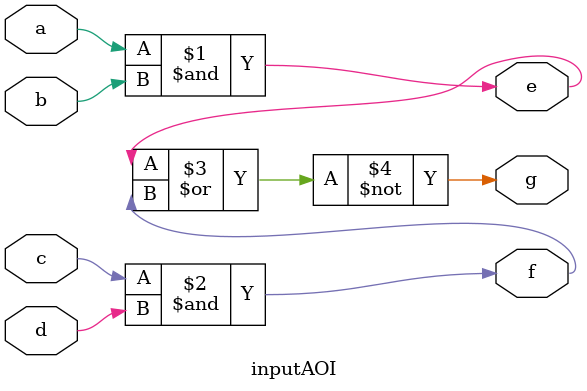
<source format=v>
`timescale 1ns / 1ps

module inputAOI(
    input a,b,c,d,
    output e,f,g
    );
    assign e=a&b;
    assign f=c&d;
    assign g=~(e|f);
endmodule

</source>
